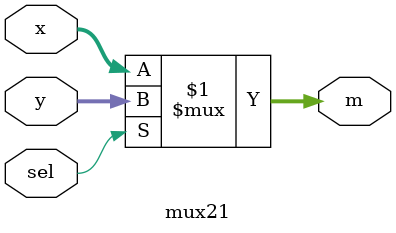
<source format=v>
module mux21#(parameter n=32)(input [n-1:0]x,
    input [n-1:0]y,
    input sel,
    output [n-1:0]m);

    assign m = sel ? y : x;
endmodule
</source>
